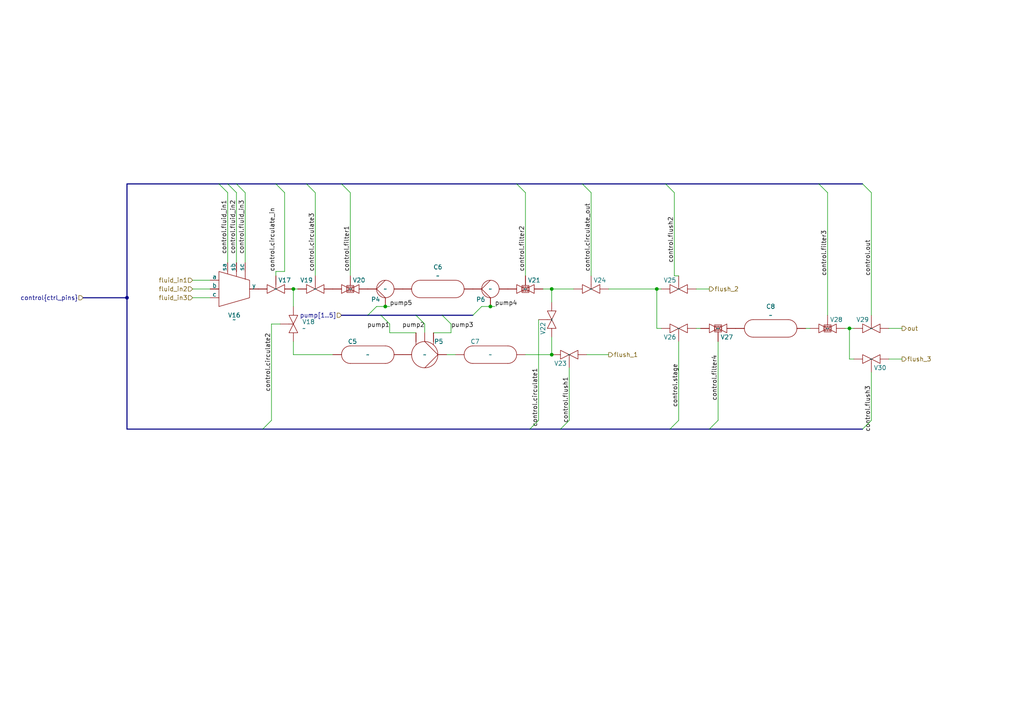
<source format=kicad_sch>
(kicad_sch (version 20231120) (generator "eeschema") (generator_version "8.0")
  (paper "A4")
  (lib_symbols
    (symbol "mfda:chamber" (pin_numbers hide) (pin_names hide)
      (property "Reference" "C" (at -4.445 3.81 0))
      (symbol "chamber_1_1"
        (arc (start -7.62 0) (mid -6.8756 -1.7956) (end -5.08 -2.54))
        (arc (start -5.08 2.54) (mid -6.8749 1.7949) (end -7.62 0))
        (polyline (pts (xy -5.08 -2.54) (xy 5.08 -2.54)))
        (polyline (pts (xy 5.08 2.54) (xy -5.08 2.54)))
        (arc (start 5.08 -2.54) (mid 6.8754 -1.7954) (end 7.62 0))
        (arc (start 7.62 0) (mid 6.8754 1.7954) (end 5.08 2.54))
        (pin passive line (at -10.16 0 0) (length 2.54) (name "in") (number "1"))
        (pin passive line (at 10.16 0 180) (length 2.54) (name "out") (number "2"))
      )
    )
    (symbol "mfda:mux_3" (pin_numbers hide) (pin_names (offset 0))
      (property "Reference" "V" (at 3.81 5.08 0))
      (symbol "mux_3_0_1"
        (polyline (pts (xy -2.54 5.08) (xy -2.54 4.445)))
        (polyline (pts (xy 0 5.08) (xy 0 3.683)))
        (polyline (pts (xy 2.54 5.08) (xy 2.54 2.794)))
        (polyline (pts (xy -5.08 -5.08) (xy 3.81 -2.54) (xy 3.81 2.54) (xy -5.08 5.08) (xy -5.08 -5.08)))
      )
      (symbol "mux_3_1_1"
        (pin input line (at -7.62 2.54 0) (length 2.54) (name "a") (number "1"))
        (pin input line (at -7.62 0 0) (length 2.54) (name "b") (number "2"))
        (pin input line (at -7.62 -2.54 0) (length 2.54) (name "c") (number "3"))
        (pin input line (at -2.54 7.62 270) (length 2.54) (name "sa") (number "4"))
        (pin input line (at 0 7.62 270) (length 2.54) (name "sb") (number "5"))
        (pin input line (at 2.54 7.62 270) (length 2.54) (name "sc") (number "6"))
        (pin output line (at 6.35 0 180) (length 2.54) (name "y") (number "7"))
      )
    )
    (symbol "mfda:pump_1" (pin_numbers hide) (pin_names hide)
      (property "Reference" "P" (at 2.794 3.048 0))
      (symbol "pump_1_0_1"
        (polyline (pts (xy -2.54 3.81) (xy -2.54 3.81)))
        (polyline (pts (xy -2.54 3.81) (xy -2.54 3.81)))
        (polyline (pts (xy 0 2.54) (xy 2.54 0)))
        (polyline (pts (xy 2.54 0) (xy 0 -2.54)))
        (circle (center 0 0) (radius 2.54))
      )
      (symbol "pump_1_1_1"
        (pin input line (at -5.08 0 0) (length 2.54) (name "in") (number "1"))
        (pin output line (at 5.08 0 180) (length 2.54) (name "out") (number "2"))
        (pin input line (at 0 5.08 270) (length 2.54) (name "pump_1") (number "3"))
      )
    )
    (symbol "mfda:pump_3" (pin_numbers hide) (pin_names hide)
      (property "Reference" "P" (at 4.064 3.81 0))
      (symbol "pump_3_0_1"
        (polyline (pts (xy -2.54 3.81) (xy -2.54 2.921)))
        (polyline (pts (xy -2.54 3.81) (xy -2.54 3.81)))
        (polyline (pts (xy -2.54 3.81) (xy -2.54 3.81)))
        (polyline (pts (xy 0 3.81) (xy 3.81 0)))
        (polyline (pts (xy 2.54 3.81) (xy 2.54 2.921)))
        (polyline (pts (xy 2.54 3.81) (xy 2.54 3.81)))
        (polyline (pts (xy 3.81 0) (xy 0 -3.81)))
        (circle (center 0 0) (radius 3.81))
      )
      (symbol "pump_3_1_1"
        (pin input line (at -6.35 0 0) (length 2.54) (name "in") (number "1"))
        (pin output line (at 6.35 0 180) (length 2.54) (name "out") (number "2"))
        (pin input line (at -2.54 6.35 270) (length 2.54) (name "pump_1") (number "3"))
        (pin input line (at 0 6.35 270) (length 2.54) (name "pump_2") (number "4"))
        (pin input line (at 2.54 6.35 270) (length 2.54) (name "pump_3") (number "5"))
      )
    )
    (symbol "mfda:valve" (pin_numbers hide) (pin_names hide)
      (property "Reference" "V" (at -2.54 2.54 0))
      (symbol "valve_0_1"
        (polyline (pts (xy 0 1.27) (xy 0 0)))
        (polyline (pts (xy -2.54 1.27) (xy 2.54 -1.27) (xy 2.54 1.27) (xy -2.54 -1.27) (xy -2.54 1.27)))
      )
      (symbol "valve_1_1"
        (pin bidirectional line (at -5.08 0 0) (length 2.54) (name "left") (number "1"))
        (pin bidirectional line (at 5.08 0 180) (length 2.54) (name "right") (number "2"))
        (pin input line (at 0 3.81 270) (length 2.54) (name "control") (number "3"))
      )
    )
    (symbol "mfda:valve_sieve" (pin_numbers hide) (pin_names hide)
      (property "Reference" "V" (at -2.54 2.54 0))
      (symbol "valve_sieve_0_1"
        (rectangle (start -1.016 1.016) (end 1.016 -1.016))
        (circle (center -0.635 -0.508) (radius 0.1796))
        (circle (center -0.635 0.508) (radius 0.1796))
        (circle (center -0.381 0) (radius 0.1796))
        (circle (center 0 -0.508) (radius 0.1796))
        (polyline (pts (xy 0 1.27) (xy 0 1.016)))
        (polyline (pts (xy -2.54 -1.27) (xy -1.016 -0.508) (xy -1.016 0.508) (xy -2.54 1.27) (xy -2.54 -1.27)))
        (polyline (pts (xy 2.54 -1.27) (xy 1.016 -0.508) (xy 1.016 0.508) (xy 2.54 1.27) (xy 2.54 -1.27)))
        (circle (center 0 0.508) (radius 0.1796))
        (circle (center 0.381 0) (radius 0.1796))
        (circle (center 0.635 -0.508) (radius 0.1796))
        (circle (center 0.635 0.508) (radius 0.1796))
      )
      (symbol "valve_sieve_1_1"
        (pin input line (at -5.08 0 0) (length 2.54) (name "in") (number "1"))
        (pin output line (at 5.08 0 180) (length 2.54) (name "out") (number "2"))
        (pin input line (at 0 3.81 270) (length 2.54) (name "control") (number "3"))
      )
    )
  )
  (bus_alias "ctrl_pins" (members "fluid_in[1..3]" "stage" "filter[1..4]" "circulate[1..3]" "flush[1..3]" "circulate_in" "circulate_out" "out"))
  (junction (at 246.38 95.25))
  (junction (at 160.02 102.87))
  (junction (at 190.5 83.82))
  (junction (at 111.76 88.9))
  (junction (at 36.83 86.36))
  (junction (at 142.24 88.9))
  (junction (at 85.09 83.82))
  (junction (at 160.02 83.82))
  (bus_entry (at 194.31 124.46) (size 2.54 -2.54))
  (bus_entry (at 237.49 53.34) (size 2.54 2.54))
  (bus_entry (at 76.2 124.46) (size 2.54 -2.54))
  (bus_entry (at 63.5 53.34) (size 2.54 2.54))
  (bus_entry (at 137.16 91.44) (size 2.54 -2.54))
  (bus_entry (at 99.06 53.34) (size 2.54 2.54))
  (bus_entry (at 106.68 91.44) (size 2.54 -2.54))
  (bus_entry (at 149.86 53.34) (size 2.54 2.54))
  (bus_entry (at 110.49 91.44) (size 2.54 2.54))
  (bus_entry (at 168.91 53.34) (size 2.54 2.54))
  (bus_entry (at 128.27 91.44) (size 2.54 2.54))
  (bus_entry (at 66.04 53.34) (size 2.54 2.54))
  (bus_entry (at 153.67 124.46) (size 2.54 -2.54))
  (bus_entry (at 193.04 53.34) (size 2.54 2.54))
  (bus_entry (at 252.73 121.92) (size -2.54 2.54))
  (bus_entry (at 250.19 53.34) (size 2.54 2.54))
  (bus_entry (at 80.01 53.34) (size 2.54 2.54))
  (bus_entry (at 208.28 121.92) (size -2.54 2.54))
  (bus_entry (at 88.9 53.34) (size 2.54 2.54))
  (bus_entry (at 162.56 124.46) (size 2.54 -2.54))
  (bus_entry (at 120.65 91.44) (size 2.54 2.54))
  (bus_entry (at 68.58 53.34) (size 2.54 2.54))
  (bus (pts (xy 36.83 53.34) (xy 63.5 53.34)))
  (wire (pts (xy 85.09 83.82) (xy 86.36 83.82)))
  (wire (pts (xy 130.81 96.52) (xy 125.73 96.52)))
  (wire (pts (xy 160.02 83.82) (xy 166.37 83.82)))
  (wire (pts (xy 246.38 95.25) (xy 246.38 104.14)))
  (wire (pts (xy 257.81 95.25) (xy 261.62 95.25)))
  (wire (pts (xy 208.28 99.06) (xy 208.28 121.92)))
  (wire (pts (xy 252.73 107.95) (xy 252.73 121.92)))
  (bus (pts (xy 128.27 91.44) (xy 120.65 91.44)))
  (bus (pts (xy 250.19 124.46) (xy 205.74 124.46)))
  (bus (pts (xy 110.49 91.44) (xy 106.68 91.44)))
  (wire (pts (xy 170.18 102.87) (xy 176.53 102.87)))
  (bus (pts (xy 120.65 91.44) (xy 110.49 91.44)))
  (wire (pts (xy 111.76 88.9) (xy 113.03 88.9)))
  (wire (pts (xy 176.53 83.82) (xy 190.5 83.82)))
  (wire (pts (xy 196.85 99.06) (xy 196.85 121.92)))
  (bus (pts (xy 168.91 53.34) (xy 149.86 53.34)))
  (wire (pts (xy 123.19 93.98) (xy 123.19 96.52)))
  (wire (pts (xy 157.48 83.82) (xy 160.02 83.82)))
  (wire (pts (xy 152.4 102.87) (xy 160.02 102.87)))
  (bus (pts (xy 106.68 91.44) (xy 99.06 91.44)))
  (wire (pts (xy 91.44 55.88) (xy 91.44 80.01)))
  (wire (pts (xy 55.88 81.28) (xy 60.96 81.28)))
  (bus (pts (xy 193.04 53.34) (xy 237.49 53.34)))
  (bus (pts (xy 66.04 53.34) (xy 63.5 53.34)))
  (wire (pts (xy 201.93 95.25) (xy 203.2 95.25)))
  (wire (pts (xy 129.54 102.87) (xy 132.08 102.87)))
  (wire (pts (xy 81.28 93.98) (xy 78.74 93.98)))
  (wire (pts (xy 233.68 95.25) (xy 234.95 95.25)))
  (wire (pts (xy 78.74 93.98) (xy 78.74 121.92)))
  (bus (pts (xy 24.13 86.36) (xy 36.83 86.36)))
  (bus (pts (xy 193.04 53.34) (xy 168.91 53.34)))
  (wire (pts (xy 71.12 55.88) (xy 71.12 76.2)))
  (bus (pts (xy 153.67 124.46) (xy 162.56 124.46)))
  (wire (pts (xy 68.58 55.88) (xy 68.58 76.2)))
  (bus (pts (xy 99.06 53.34) (xy 88.9 53.34)))
  (wire (pts (xy 160.02 97.79) (xy 160.02 102.87)))
  (bus (pts (xy 137.16 91.44) (xy 128.27 91.44)))
  (wire (pts (xy 139.7 88.9) (xy 142.24 88.9)))
  (bus (pts (xy 237.49 53.34) (xy 250.19 53.34)))
  (wire (pts (xy 55.88 86.36) (xy 60.96 86.36)))
  (wire (pts (xy 171.45 55.88) (xy 171.45 80.01)))
  (wire (pts (xy 195.58 55.88) (xy 195.58 80.01)))
  (bus (pts (xy 36.83 124.46) (xy 76.2 124.46)))
  (wire (pts (xy 152.4 55.88) (xy 152.4 80.01)))
  (wire (pts (xy 130.81 93.98) (xy 130.81 96.52)))
  (wire (pts (xy 82.55 55.88) (xy 82.55 78.74)))
  (wire (pts (xy 143.51 88.9) (xy 142.24 88.9)))
  (wire (pts (xy 246.38 95.25) (xy 247.65 95.25)))
  (bus (pts (xy 36.83 86.36) (xy 36.83 124.46)))
  (wire (pts (xy 247.65 104.14) (xy 246.38 104.14)))
  (wire (pts (xy 156.21 92.71) (xy 156.21 121.92)))
  (wire (pts (xy 85.09 83.82) (xy 85.09 88.9)))
  (wire (pts (xy 191.77 95.25) (xy 190.5 95.25)))
  (bus (pts (xy 68.58 53.34) (xy 80.01 53.34)))
  (bus (pts (xy 80.01 53.34) (xy 88.9 53.34)))
  (bus (pts (xy 68.58 53.34) (xy 66.04 53.34)))
  (wire (pts (xy 80.01 78.74) (xy 80.01 80.01)))
  (wire (pts (xy 160.02 83.82) (xy 160.02 87.63)))
  (bus (pts (xy 76.2 124.46) (xy 153.67 124.46)))
  (bus (pts (xy 36.83 53.34) (xy 36.83 86.36)))
  (wire (pts (xy 195.58 80.01) (xy 196.85 80.01)))
  (wire (pts (xy 113.03 96.52) (xy 120.65 96.52)))
  (wire (pts (xy 55.88 83.82) (xy 60.96 83.82)))
  (wire (pts (xy 109.22 88.9) (xy 111.76 88.9)))
  (wire (pts (xy 82.55 78.74) (xy 80.01 78.74)))
  (bus (pts (xy 194.31 124.46) (xy 205.74 124.46)))
  (wire (pts (xy 190.5 95.25) (xy 190.5 83.82)))
  (wire (pts (xy 257.81 104.14) (xy 261.62 104.14)))
  (wire (pts (xy 245.11 95.25) (xy 246.38 95.25)))
  (wire (pts (xy 85.09 99.06) (xy 85.09 102.87)))
  (wire (pts (xy 240.03 55.88) (xy 240.03 91.44)))
  (wire (pts (xy 66.04 55.88) (xy 66.04 76.2)))
  (wire (pts (xy 165.1 106.68) (xy 165.1 121.92)))
  (bus (pts (xy 162.56 124.46) (xy 194.31 124.46)))
  (wire (pts (xy 190.5 83.82) (xy 191.77 83.82)))
  (wire (pts (xy 113.03 93.98) (xy 113.03 96.52)))
  (wire (pts (xy 252.73 55.88) (xy 252.73 91.44)))
  (wire (pts (xy 101.6 55.88) (xy 101.6 80.01)))
  (bus (pts (xy 149.86 53.34) (xy 99.06 53.34)))
  (wire (pts (xy 85.09 102.87) (xy 96.52 102.87)))
  (wire (pts (xy 201.93 83.82) (xy 205.74 83.82)))
  (label "pump1" (at 113.03 95.25 180))
  (label "control.fluid_in1" (at 66.04 73.66 90))
  (label "control.flush2" (at 195.58 76.2 90))
  (label "pump3" (at 130.81 95.25 0))
  (label "control.out" (at 252.73 80.01 90))
  (label "control.filter2" (at 152.4 78.74 90))
  (label "control.filter1" (at 101.6 78.74 90))
  (label "pump5" (at 113.03 88.9 0))
  (label "control.circulate_out" (at 171.45 78.74 90))
  (label "control.circulate2" (at 78.74 96.52 270))
  (label "control.flush3" (at 252.73 111.76 270))
  (label "control.circulate_in" (at 80.01 78.74 90))
  (label "pump4" (at 143.51 88.9 0))
  (label "control.stage" (at 196.85 105.41 270))
  (label "control.circulate1" (at 156.21 106.68 270))
  (label "control.fluid_in3" (at 71.12 73.66 90))
  (label "control.flush1" (at 165.1 109.22 270))
  (label "control.circulate3" (at 91.44 78.74 90))
  (label "control.filter3" (at 240.03 80.01 90))
  (label "control.filter4" (at 208.28 102.87 270))
  (label "control.fluid_in2" (at 68.58 73.66 90))
  (label "pump2" (at 123.19 95.25 180))
  (hierarchical_label "fluid_in1" (shape input) (at 55.88 81.28 180))
  (hierarchical_label "fluid_in3" (shape input) (at 55.88 86.36 180))
  (hierarchical_label "out" (shape output) (at 261.62 95.25 0))
  (hierarchical_label "flush_2" (shape output) (at 205.74 83.82 0))
  (hierarchical_label "fluid_in2" (shape input) (at 55.88 83.82 180))
  (hierarchical_label "control{ctrl_pins}" (shape input) (at 24.13 86.36 180))
  (hierarchical_label "flush_1" (shape output) (at 176.53 102.87 0))
  (hierarchical_label "flush_3" (shape output) (at 261.62 104.14 0))
  (hierarchical_label "pump[1..5]" (shape input) (at 99.06 91.44 180))
  (symbol (lib_id "mfda:valve") (at 252.73 95.25 0) (unit 1)
    (property "Reference" "V29" (at 250.19 92.71 0))
    (property "Value" "~" (at 252.73 95.25 0))
    (instances (project "exploration" (path "" (reference "V29") (unit 1)) (path "" (reference "V14") (unit 1))))
  )
  (symbol (lib_id "mfda:chamber") (at 106.68 102.87 0) (unit 1)
    (property "Reference" "C5" (at 102.235 99.06 0))
    (property "Value" "~" (at 106.68 102.87 0))
    (instances (project "exploration" (path "" (reference "C5") (unit 1)) (path "" (reference "C1") (unit 1))))
  )
  (symbol (lib_id "mfda:valve") (at 80.01 83.82 0) (mirror y) (unit 1)
    (property "Reference" "V17" (at 82.55 81.28 0))
    (property "Value" "~" (at 80.01 83.82 0))
    (instances (project "exploration" (path "" (reference "V17") (unit 1)) (path "" (reference "V2") (unit 1))))
  )
  (symbol (lib_id "mfda:chamber") (at 127 83.82 180) (unit 1)
    (property "Reference" "C6" (at 127 77.47 0))
    (property "Value" "~" (at 127 80.01 0))
    (instances (project "exploration" (path "" (reference "C6") (unit 1)) (path "" (reference "C2") (unit 1))))
  )
  (symbol (lib_id "mfda:chamber") (at 223.52 95.25 0) (unit 1)
    (property "Reference" "C8" (at 223.52 88.9 0))
    (property "Value" "~" (at 223.52 91.44 0))
    (instances (project "exploration" (path "" (reference "C8") (unit 1)) (path "" (reference "C4") (unit 1))))
  )
  (symbol (lib_id "mfda:chamber") (at 142.24 102.87 0) (unit 1)
    (property "Reference" "C3" (at 137.795 99.06 0))
    (property "Value" "~" (at 142.24 102.87 0))
    (instances (project "exploration" (path "" (reference "C7") (unit 1)) (path "" (reference "C3") (unit 1))))
  )
  (symbol (lib_id "mfda:valve") (at 91.44 83.82 0) (unit 1)
    (property "Reference" "V19" (at 88.9 81.28 0))
    (property "Value" "~" (at 91.44 83.82 0))
    (instances (project "exploration" (path "" (reference "V19") (unit 1)) (path "" (reference "V4") (unit 1))))
  )
  (symbol (lib_id "mfda:valve") (at 196.85 83.82 0) (unit 1)
    (property "Reference" "V25" (at 194.31 81.28 0))
    (property "Value" "~" (at 196.85 83.82 0))
    (instances (project "exploration" (path "" (reference "V25") (unit 1)) (path "" (reference "V10") (unit 1))))
  )
  (symbol (lib_id "mfda:valve") (at 196.85 95.25 0) (mirror x) (unit 1)
    (property "Reference" "V26" (at 194.31 97.79 0))
    (property "Value" "~" (at 196.85 95.25 0))
    (instances (project "exploration" (path "" (reference "V26") (unit 1)) (path "" (reference "V11") (unit 1))))
  )
  (symbol (lib_id "mfda:valve") (at 165.1 102.87 0) (mirror x) (unit 1)
    (property "Reference" "V23" (at 162.56 105.41 0))
    (property "Value" "~" (at 165.1 102.87 0))
    (instances (project "exploration" (path "" (reference "V23") (unit 1)) (path "" (reference "V8") (unit 1))))
  )
  (symbol (lib_id "mfda:valve") (at 85.09 93.98 90) (unit 1)
    (property "Reference" "V18" (at 87.63 93.3449 90) (effects (justify right)))
    (property "Value" "~" (at 87.63 95.25 90) (effects (justify right)))
    (instances (project "exploration" (path "" (reference "V18") (unit 1)) (path "" (reference "V3") (unit 1))))
  )
  (symbol (lib_id "mfda:valve_sieve") (at 152.4 83.82 0) (mirror y) (unit 1)
    (property "Reference" "V21" (at 154.94 81.28 0))
    (property "Value" "~" (at 152.4 83.82 0))
    (instances (project "exploration" (path "" (reference "V21") (unit 1)) (path "" (reference "V6") (unit 1))))
  )
  (symbol (lib_id "mfda:valve_sieve") (at 101.6 83.82 0) (mirror y) (unit 1)
    (property "Reference" "V20" (at 104.14 81.28 0))
    (property "Value" "~" (at 101.6 83.82 0))
    (instances (project "exploration" (path "" (reference "V20") (unit 1)) (path "" (reference "V5") (unit 1))))
  )
  (symbol (lib_id "mfda:pump_3") (at 123.19 102.87 0) (unit 1)
    (property "Reference" "P5" (at 127.254 99.06 0))
    (property "Value" "~" (at 123.19 102.87 0))
    (instances (project "exploration" (path "" (reference "P5") (unit 1)) (path "" (reference "P2") (unit 1))))
  )
  (symbol (lib_id "mfda:valve") (at 160.02 92.71 90) (unit 1)
    (property "Reference" "V22" (at 157.48 95.25 0))
    (property "Value" "~" (at 160.02 92.71 0))
    (instances (project "exploration" (path "" (reference "V22") (unit 1)) (path "" (reference "V7") (unit 1))))
  )
  (symbol (lib_id "mfda:mux_3") (at 68.58 83.82 0) (unit 1)
    (property "Reference" "V16" (at 67.945 91.44 0))
    (property "Value" "~" (at 67.945 92.71 0))
    (instances (project "exploration" (path "" (reference "V16") (unit 1)) (path "" (reference "V1") (unit 1))))
  )
  (symbol (lib_id "mfda:pump_1") (at 111.76 83.82 180) (unit 1)
    (property "Reference" "P4" (at 108.966 86.868 0))
    (property "Value" "~" (at 111.76 83.82 0))
    (instances (project "exploration" (path "" (reference "P4") (unit 1)) (path "" (reference "P1") (unit 1))))
  )
  (symbol (lib_id "mfda:pump_1") (at 142.24 83.82 180) (unit 1)
    (property "Reference" "P6" (at 139.446 86.868 0))
    (property "Value" "~" (at 142.24 83.82 0))
    (instances (project "exploration" (path "" (reference "P6") (unit 1)) (path "" (reference "P3") (unit 1))))
  )
  (symbol (lib_id "mfda:valve_sieve") (at 208.28 95.25 180) (unit 1)
    (property "Reference" "V27" (at 210.82 97.79 0))
    (property "Value" "~" (at 208.28 95.25 0))
    (instances (project "exploration" (path "" (reference "V27") (unit 1)) (path "" (reference "V12") (unit 1))))
  )
  (symbol (lib_id "mfda:valve") (at 252.73 104.14 180) (unit 1)
    (property "Reference" "V30" (at 255.27 106.68 0))
    (property "Value" "~" (at 252.73 104.14 0))
    (instances (project "exploration" (path "" (reference "V30") (unit 1)) (path "" (reference "V15") (unit 1))))
  )
  (symbol (lib_id "mfda:valve") (at 171.45 83.82 0) (mirror y) (unit 1)
    (property "Reference" "V24" (at 173.99 81.28 0))
    (property "Value" "~" (at 171.45 83.82 0))
    (instances (project "exploration" (path "" (reference "V24") (unit 1)) (path "" (reference "V9") (unit 1))))
  )
  (symbol (lib_id "mfda:valve_sieve") (at 240.03 95.25 0) (mirror y) (unit 1)
    (property "Reference" "V28" (at 242.57 92.71 0))
    (property "Value" "~" (at 240.03 95.25 0))
    (instances (project "exploration" (path "" (reference "V28") (unit 1)) (path "" (reference "V13") (unit 1))))
  )
)
</source>
